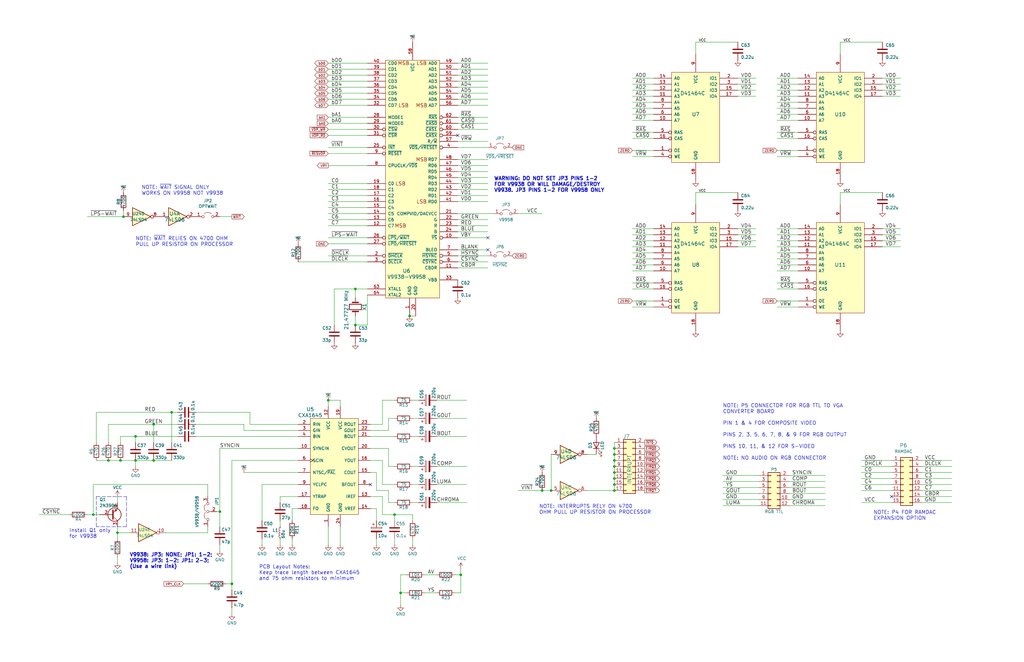
<source format=kicad_sch>
(kicad_sch (version 20211123) (generator eeschema)
  (paper "B")
  (junction (at 259.08 199.39))
  (junction (at 92.71 215.9))
  (junction (at 97.79 246.38))
  (junction (at 49.53 224.79))
  (junction (at 64.77 179.07))
  (junction (at 39.37 217.17))
  (junction (at 232.41 207.01))
  (junction (at 64.77 194.31))
  (junction (at 259.08 189.23))
  (junction (at 166.37 217.17))
  (junction (at 57.15 184.15))
  (junction (at 228.6 207.01))
  (junction (at 259.08 194.31))
  (junction (at 259.08 191.77))
  (junction (at 259.08 196.85))
  (junction (at 259.08 204.47))
  (junction (at 149.86 121.92))
  (junction (at 138.43 168.91))
  (junction (at 45.72 194.31))
  (junction (at 259.08 201.93))
  (junction (at 149.86 137.16))
  (junction (at 172.72 133.35))
  (junction (at 52.07 91.44))
  (junction (at 50.8 194.31))
  (junction (at 72.39 173.99))
  (junction (at 194.31 242.57))
  (junction (at 259.08 207.01))
  (junction (at 168.91 250.19))
  (junction (at 57.15 194.31))
  (no_connect (at 205.74 105.41))
  (no_connect (at 375.92 209.55))
  (no_connect (at 193.04 57.15))
  (no_connect (at 156.21 204.47))
  (no_connect (at 205.74 100.33))
  (wire (pts (xy 259.08 194.31) (xy 259.08 191.77)))
  (wire (pts (xy 72.39 173.99) (xy 74.93 173.99)))
  (wire (pts (xy 64.77 194.31) (xy 72.39 194.31)))
  (wire (pts (xy 138.43 85.09) (xy 154.94 85.09)))
  (wire (pts (xy 143.51 222.25) (xy 143.51 229.87)))
  (wire (pts (xy 372.11 17.78) (xy 354.33 17.78)))
  (wire (pts (xy 156.21 181.61) (xy 163.83 181.61)))
  (wire (pts (xy 110.49 204.47) (xy 110.49 219.71)))
  (wire (pts (xy 40.64 194.31) (xy 45.72 194.31)))
  (wire (pts (xy 97.79 256.54) (xy 97.79 259.08)))
  (wire (pts (xy 266.7 111.76) (xy 275.59 111.76)))
  (wire (pts (xy 138.43 39.37) (xy 154.94 39.37)))
  (wire (pts (xy 327.66 40.64) (xy 336.55 40.64)))
  (wire (pts (xy 118.11 219.71) (xy 118.11 222.25)))
  (wire (pts (xy 123.19 227.33) (xy 123.19 229.87)))
  (wire (pts (xy 266.7 104.14) (xy 275.59 104.14)))
  (wire (pts (xy 149.86 121.92) (xy 149.86 125.73)))
  (wire (pts (xy 154.94 62.23) (xy 138.43 62.23)))
  (polyline (pts (xy 40.64 222.25) (xy 40.64 209.55)))
  (wire (pts (xy 173.99 217.17) (xy 173.99 219.71)))
  (wire (pts (xy 16.51 217.17) (xy 29.21 217.17)))
  (wire (pts (xy 259.08 196.85) (xy 259.08 194.31)))
  (wire (pts (xy 193.04 72.39) (xy 205.74 72.39)))
  (wire (pts (xy 266.7 99.06) (xy 275.59 99.06)))
  (wire (pts (xy 49.53 222.25) (xy 49.53 224.79)))
  (wire (pts (xy 40.64 173.99) (xy 72.39 173.99)))
  (wire (pts (xy 166.37 217.17) (xy 166.37 219.71)))
  (wire (pts (xy 266.7 109.22) (xy 275.59 109.22)))
  (wire (pts (xy 52.07 91.44) (xy 36.83 91.44)))
  (wire (pts (xy 97.79 194.31) (xy 97.79 246.38)))
  (wire (pts (xy 173.99 184.15) (xy 176.53 184.15)))
  (wire (pts (xy 92.71 229.87) (xy 92.71 232.41)))
  (wire (pts (xy 91.44 215.9) (xy 92.71 215.9)))
  (wire (pts (xy 372.11 33.02) (xy 379.73 33.02)))
  (wire (pts (xy 354.33 17.78) (xy 354.33 22.86)))
  (wire (pts (xy 311.15 101.6) (xy 318.77 101.6)))
  (wire (pts (xy 138.43 80.01) (xy 154.94 80.01)))
  (wire (pts (xy 266.7 66.04) (xy 275.59 66.04)))
  (wire (pts (xy 179.07 242.57) (xy 184.15 242.57)))
  (wire (pts (xy 161.29 179.07) (xy 156.21 179.07)))
  (wire (pts (xy 266.7 38.1) (xy 275.59 38.1)))
  (wire (pts (xy 92.71 189.23) (xy 125.73 189.23)))
  (wire (pts (xy 92.71 91.44) (xy 97.79 91.44)))
  (wire (pts (xy 193.04 67.31) (xy 205.74 67.31)))
  (wire (pts (xy 168.91 242.57) (xy 168.91 250.19)))
  (wire (pts (xy 168.91 250.19) (xy 168.91 255.27)))
  (wire (pts (xy 154.94 49.53) (xy 138.43 49.53)))
  (wire (pts (xy 125.73 214.63) (xy 123.19 214.63)))
  (wire (pts (xy 372.11 35.56) (xy 379.73 35.56)))
  (wire (pts (xy 266.7 50.8) (xy 275.59 50.8)))
  (wire (pts (xy 293.37 17.78) (xy 293.37 22.86)))
  (wire (pts (xy 205.74 107.95) (xy 193.04 107.95)))
  (wire (pts (xy 105.41 173.99) (xy 82.55 173.99)))
  (wire (pts (xy 52.07 91.44) (xy 52.07 88.9)))
  (wire (pts (xy 173.99 212.09) (xy 176.53 212.09)))
  (wire (pts (xy 193.04 44.45) (xy 205.74 44.45)))
  (wire (pts (xy 118.11 209.55) (xy 118.11 212.09)))
  (wire (pts (xy 138.43 102.87) (xy 154.94 102.87)))
  (wire (pts (xy 156.21 189.23) (xy 163.83 189.23)))
  (wire (pts (xy 39.37 217.17) (xy 39.37 204.47)))
  (wire (pts (xy 259.08 199.39) (xy 259.08 196.85)))
  (wire (pts (xy 49.53 234.95) (xy 49.53 237.49)))
  (wire (pts (xy 193.04 29.21) (xy 205.74 29.21)))
  (wire (pts (xy 64.77 179.07) (xy 74.93 179.07)))
  (wire (pts (xy 161.29 194.31) (xy 161.29 204.47)))
  (wire (pts (xy 72.39 173.99) (xy 72.39 186.69)))
  (wire (pts (xy 149.86 121.92) (xy 154.94 121.92)))
  (wire (pts (xy 363.22 196.85) (xy 375.92 196.85)))
  (wire (pts (xy 363.22 204.47) (xy 375.92 204.47)))
  (wire (pts (xy 118.11 227.33) (xy 118.11 229.87)))
  (wire (pts (xy 311.15 96.52) (xy 318.77 96.52)))
  (wire (pts (xy 372.11 40.64) (xy 379.73 40.64)))
  (wire (pts (xy 327.66 48.26) (xy 336.55 48.26)))
  (wire (pts (xy 193.04 105.41) (xy 205.74 105.41)))
  (wire (pts (xy 193.04 74.93) (xy 205.74 74.93)))
  (wire (pts (xy 259.08 201.93) (xy 259.08 199.39)))
  (wire (pts (xy 191.77 242.57) (xy 194.31 242.57)))
  (wire (pts (xy 158.75 227.33) (xy 158.75 229.87)))
  (wire (pts (xy 266.7 35.56) (xy 275.59 35.56)))
  (polyline (pts (xy 53.34 222.25) (xy 40.64 222.25)))
  (wire (pts (xy 163.83 181.61) (xy 163.83 176.53)))
  (wire (pts (xy 193.04 41.91) (xy 205.74 41.91)))
  (wire (pts (xy 156.21 194.31) (xy 161.29 194.31)))
  (wire (pts (xy 327.66 99.06) (xy 336.55 99.06)))
  (wire (pts (xy 193.04 62.23) (xy 205.74 62.23)))
  (wire (pts (xy 193.04 85.09) (xy 205.74 85.09)))
  (wire (pts (xy 105.41 179.07) (xy 105.41 173.99)))
  (wire (pts (xy 173.99 176.53) (xy 176.53 176.53)))
  (wire (pts (xy 138.43 34.29) (xy 154.94 34.29)))
  (wire (pts (xy 193.04 69.85) (xy 205.74 69.85)))
  (wire (pts (xy 193.04 90.17) (xy 208.28 90.17)))
  (wire (pts (xy 193.04 82.55) (xy 205.74 82.55)))
  (wire (pts (xy 163.83 176.53) (xy 166.37 176.53)))
  (wire (pts (xy 97.79 194.31) (xy 125.73 194.31)))
  (wire (pts (xy 143.51 168.91) (xy 138.43 168.91)))
  (wire (pts (xy 388.62 194.31) (xy 401.32 194.31)))
  (wire (pts (xy 179.07 250.19) (xy 184.15 250.19)))
  (wire (pts (xy 304.8 210.82) (xy 320.04 210.82)))
  (wire (pts (xy 156.21 199.39) (xy 158.75 199.39)))
  (wire (pts (xy 388.62 207.01) (xy 401.32 207.01)))
  (wire (pts (xy 363.22 199.39) (xy 375.92 199.39)))
  (wire (pts (xy 266.7 43.18) (xy 275.59 43.18)))
  (wire (pts (xy 266.7 96.52) (xy 275.59 96.52)))
  (wire (pts (xy 154.94 69.85) (xy 138.43 69.85)))
  (wire (pts (xy 184.15 212.09) (xy 196.85 212.09)))
  (wire (pts (xy 163.83 207.01) (xy 163.83 212.09)))
  (wire (pts (xy 156.21 184.15) (xy 166.37 184.15)))
  (wire (pts (xy 102.87 199.39) (xy 125.73 199.39)))
  (wire (pts (xy 173.99 168.91) (xy 176.53 168.91)))
  (wire (pts (xy 49.53 209.55) (xy 49.53 212.09)))
  (wire (pts (xy 205.74 54.61) (xy 193.04 54.61)))
  (wire (pts (xy 193.04 31.75) (xy 205.74 31.75)))
  (wire (pts (xy 125.73 110.49) (xy 154.94 110.49)))
  (wire (pts (xy 327.66 129.54) (xy 336.55 129.54)))
  (wire (pts (xy 140.97 121.92) (xy 149.86 121.92)))
  (wire (pts (xy 336.55 121.92) (xy 327.66 121.92)))
  (wire (pts (xy 57.15 184.15) (xy 74.93 184.15)))
  (wire (pts (xy 332.74 205.74) (xy 347.98 205.74)))
  (wire (pts (xy 304.8 213.36) (xy 320.04 213.36)))
  (wire (pts (xy 372.11 96.52) (xy 379.73 96.52)))
  (wire (pts (xy 156.21 209.55) (xy 161.29 209.55)))
  (wire (pts (xy 193.04 97.79) (xy 205.74 97.79)))
  (wire (pts (xy 163.83 196.85) (xy 166.37 196.85)))
  (wire (pts (xy 363.22 201.93) (xy 375.92 201.93)))
  (wire (pts (xy 205.74 52.07) (xy 193.04 52.07)))
  (wire (pts (xy 57.15 194.31) (xy 64.77 194.31)))
  (wire (pts (xy 372.11 104.14) (xy 379.73 104.14)))
  (wire (pts (xy 304.8 200.66) (xy 320.04 200.66)))
  (wire (pts (xy 92.71 189.23) (xy 92.71 215.9)))
  (wire (pts (xy 266.7 45.72) (xy 275.59 45.72)))
  (wire (pts (xy 149.86 133.35) (xy 149.86 137.16)))
  (wire (pts (xy 372.11 99.06) (xy 379.73 99.06)))
  (wire (pts (xy 266.7 63.5) (xy 275.59 63.5)))
  (wire (pts (xy 57.15 184.15) (xy 57.15 186.69)))
  (wire (pts (xy 138.43 107.95) (xy 154.94 107.95)))
  (wire (pts (xy 327.66 114.3) (xy 336.55 114.3)))
  (wire (pts (xy 193.04 80.01) (xy 205.74 80.01)))
  (wire (pts (xy 138.43 87.63) (xy 154.94 87.63)))
  (wire (pts (xy 50.8 194.31) (xy 57.15 194.31)))
  (wire (pts (xy 372.11 81.28) (xy 354.33 81.28)))
  (wire (pts (xy 247.65 207.01) (xy 259.08 207.01)))
  (wire (pts (xy 372.11 38.1) (xy 379.73 38.1)))
  (wire (pts (xy 327.66 50.8) (xy 336.55 50.8)))
  (wire (pts (xy 388.62 201.93) (xy 401.32 201.93)))
  (wire (pts (xy 166.37 227.33) (xy 166.37 229.87)))
  (wire (pts (xy 158.75 199.39) (xy 158.75 207.01)))
  (wire (pts (xy 336.55 55.88) (xy 327.66 55.88)))
  (wire (pts (xy 158.75 214.63) (xy 158.75 219.71)))
  (wire (pts (xy 232.41 191.77) (xy 232.41 207.01)))
  (wire (pts (xy 327.66 63.5) (xy 336.55 63.5)))
  (wire (pts (xy 82.55 184.15) (xy 125.73 184.15)))
  (wire (pts (xy 138.43 77.47) (xy 154.94 77.47)))
  (wire (pts (xy 311.15 33.02) (xy 318.77 33.02)))
  (wire (pts (xy 363.22 207.01) (xy 375.92 207.01)))
  (wire (pts (xy 354.33 81.28) (xy 354.33 86.36)))
  (wire (pts (xy 311.15 17.78) (xy 293.37 17.78)))
  (wire (pts (xy 64.77 179.07) (xy 64.77 186.69)))
  (wire (pts (xy 193.04 39.37) (xy 205.74 39.37)))
  (wire (pts (xy 92.71 215.9) (xy 92.71 222.25)))
  (wire (pts (xy 57.15 194.31) (xy 57.15 196.85)))
  (wire (pts (xy 266.7 101.6) (xy 275.59 101.6)))
  (wire (pts (xy 45.72 194.31) (xy 50.8 194.31)))
  (wire (pts (xy 266.7 33.02) (xy 275.59 33.02)))
  (wire (pts (xy 193.04 113.03) (xy 205.74 113.03)))
  (wire (pts (xy 39.37 217.17) (xy 41.91 217.17)))
  (wire (pts (xy 193.04 100.33) (xy 205.74 100.33)))
  (wire (pts (xy 45.72 186.69) (xy 45.72 179.07)))
  (polyline (pts (xy 40.64 209.55) (xy 53.34 209.55)))
  (wire (pts (xy 196.85 184.15) (xy 184.15 184.15)))
  (wire (pts (xy 87.63 224.79) (xy 87.63 222.25)))
  (wire (pts (xy 50.8 186.69) (xy 50.8 184.15)))
  (wire (pts (xy 388.62 196.85) (xy 401.32 196.85)))
  (wire (pts (xy 275.59 121.92) (xy 266.7 121.92)))
  (wire (pts (xy 39.37 204.47) (xy 87.63 204.47)))
  (wire (pts (xy 205.74 110.49) (xy 193.04 110.49)))
  (wire (pts (xy 388.62 209.55) (xy 401.32 209.55)))
  (wire (pts (xy 372.11 101.6) (xy 379.73 101.6)))
  (wire (pts (xy 311.15 38.1) (xy 318.77 38.1)))
  (wire (pts (xy 228.6 207.01) (xy 232.41 207.01)))
  (wire (pts (xy 311.15 104.14) (xy 318.77 104.14)))
  (wire (pts (xy 49.53 224.79) (xy 49.53 227.33)))
  (wire (pts (xy 166.37 217.17) (xy 173.99 217.17)))
  (wire (pts (xy 161.29 217.17) (xy 166.37 217.17)))
  (wire (pts (xy 304.8 208.28) (xy 320.04 208.28)))
  (wire (pts (xy 102.87 181.61) (xy 102.87 179.07)))
  (wire (pts (xy 97.79 246.38) (xy 97.79 248.92)))
  (wire (pts (xy 138.43 64.77) (xy 154.94 64.77)))
  (wire (pts (xy 138.43 29.21) (xy 154.94 29.21)))
  (wire (pts (xy 327.66 104.14) (xy 336.55 104.14)))
  (wire (pts (xy 156.21 214.63) (xy 158.75 214.63)))
  (wire (pts (xy 304.8 203.2) (xy 320.04 203.2)))
  (wire (pts (xy 332.74 203.2) (xy 347.98 203.2)))
  (wire (pts (xy 166.37 168.91) (xy 161.29 168.91)))
  (wire (pts (xy 266.7 129.54) (xy 275.59 129.54)))
  (wire (pts (xy 327.66 45.72) (xy 336.55 45.72)))
  (wire (pts (xy 161.29 168.91) (xy 161.29 179.07)))
  (wire (pts (xy 138.43 90.17) (xy 154.94 90.17)))
  (wire (pts (xy 149.86 137.16) (xy 154.94 137.16)))
  (wire (pts (xy 138.43 222.25) (xy 138.43 229.87)))
  (wire (pts (xy 193.04 34.29) (xy 205.74 34.29)))
  (wire (pts (xy 143.51 171.45) (xy 143.51 168.91)))
  (wire (pts (xy 336.55 58.42) (xy 327.66 58.42)))
  (wire (pts (xy 196.85 196.85) (xy 184.15 196.85)))
  (wire (pts (xy 49.53 224.79) (xy 54.61 224.79)))
  (wire (pts (xy 125.73 209.55) (xy 118.11 209.55)))
  (wire (pts (xy 138.43 82.55) (xy 154.94 82.55)))
  (wire (pts (xy 158.75 207.01) (xy 163.83 207.01)))
  (wire (pts (xy 336.55 119.38) (xy 327.66 119.38)))
  (wire (pts (xy 138.43 36.83) (xy 154.94 36.83)))
  (wire (pts (xy 327.66 111.76) (xy 336.55 111.76)))
  (wire (pts (xy 140.97 121.92) (xy 140.97 137.16)))
  (wire (pts (xy 293.37 81.28) (xy 293.37 86.36)))
  (wire (pts (xy 327.66 109.22) (xy 336.55 109.22)))
  (wire (pts (xy 259.08 189.23) (xy 259.08 186.69)))
  (wire (pts (xy 138.43 168.91) (xy 138.43 171.45)))
  (wire (pts (xy 161.29 204.47) (xy 166.37 204.47)))
  (wire (pts (xy 259.08 191.77) (xy 259.08 189.23)))
  (wire (pts (xy 327.66 127) (xy 336.55 127)))
  (wire (pts (xy 125.73 204.47) (xy 110.49 204.47)))
  (wire (pts (xy 193.04 36.83) (xy 205.74 36.83)))
  (wire (pts (xy 193.04 92.71) (xy 205.74 92.71)))
  (wire (pts (xy 194.31 242.57) (xy 194.31 250.19)))
  (wire (pts (xy 327.66 43.18) (xy 336.55 43.18)))
  (wire (pts (xy 87.63 204.47) (xy 87.63 209.55)))
  (wire (pts (xy 275.59 55.88) (xy 266.7 55.88)))
  (wire (pts (xy 163.83 189.23) (xy 163.83 196.85)))
  (wire (pts (xy 191.77 250.19) (xy 194.31 250.19)))
  (wire (pts (xy 50.8 184.15) (xy 57.15 184.15)))
  (wire (pts (xy 193.04 26.67) (xy 205.74 26.67)))
  (wire (pts (xy 161.29 209.55) (xy 161.29 217.17)))
  (wire (pts (xy 110.49 227.33) (xy 110.49 229.87)))
  (wire (pts (xy 138.43 26.67) (xy 154.94 26.67)))
  (wire (pts (xy 163.83 212.09) (xy 166.37 212.09)))
  (wire (pts (xy 172.72 133.35) (xy 175.26 133.35)))
  (wire (pts (xy 327.66 38.1) (xy 336.55 38.1)))
  (wire (pts (xy 138.43 95.25) (xy 154.94 95.25)))
  (wire (pts (xy 138.43 52.07) (xy 154.94 52.07)))
  (polyline (pts (xy 53.34 209.55) (xy 53.34 222.25)))
  (wire (pts (xy 171.45 242.57) (xy 168.91 242.57)))
  (wire (pts (xy 173.99 204.47) (xy 176.53 204.47)))
  (wire (pts (xy 327.66 96.52) (xy 336.55 96.52)))
  (wire (pts (xy 275.59 58.42) (xy 266.7 58.42)))
  (wire (pts (xy 194.31 240.03) (xy 194.31 242.57)))
  (wire (pts (xy 311.15 40.64) (xy 318.77 40.64)))
  (wire (pts (xy 40.64 186.69) (xy 40.64 173.99)))
  (wire (pts (xy 266.7 127) (xy 275.59 127)))
  (wire (pts (xy 69.85 224.79) (xy 87.63 224.79)))
  (wire (pts (xy 332.74 200.66) (xy 347.98 200.66)))
  (wire (pts (xy 218.44 90.17) (xy 228.6 90.17)))
  (wire (pts (xy 171.45 250.19) (xy 168.91 250.19)))
  (wire (pts (xy 193.04 59.69) (xy 205.74 59.69)))
  (wire (pts (xy 125.73 181.61) (xy 102.87 181.61)))
  (wire (pts (xy 388.62 199.39) (xy 401.32 199.39)))
  (wire (pts (xy 327.66 35.56) (xy 336.55 35.56)))
  (wire (pts (xy 36.83 217.17) (xy 39.37 217.17)))
  (wire (pts (xy 184.15 204.47) (xy 196.85 204.47)))
  (wire (pts (xy 332.74 208.28) (xy 347.98 208.28)))
  (wire (pts (xy 311.15 81.28) (xy 293.37 81.28)))
  (wire (pts (xy 247.65 191.77) (xy 251.46 191.77)))
  (wire (pts (xy 259.08 207.01) (xy 259.08 204.47)))
  (wire (pts (xy 228.6 207.01) (xy 218.44 207.01)))
  (wire (pts (xy 327.66 33.02) (xy 336.55 33.02)))
  (wire (pts (xy 154.94 124.46) (xy 154.94 137.16)))
  (wire (pts (xy 266.7 106.68) (xy 275.59 106.68)))
  (wire (pts (xy 138.43 44.45) (xy 154.94 44.45)))
  (wire (pts (xy 332.74 213.36) (xy 347.98 213.36)))
  (wire (pts (xy 327.66 66.04) (xy 336.55 66.04)))
  (wire (pts (xy 138.43 92.71) (xy 154.94 92.71)))
  (wire (pts (xy 173.99 227.33) (xy 173.99 229.87)))
  (wire (pts (xy 311.15 35.56) (xy 318.77 35.56)))
  (wire (pts (xy 138.43 100.33) (xy 154.94 100.33)))
  (wire (pts (xy 138.43 54.61) (xy 154.94 54.61)))
  (wire (pts (xy 327.66 106.68) (xy 336.55 106.68)))
  (wire (pts (xy 77.47 246.38) (xy 87.63 246.38)))
  (wire (pts (xy 266.7 114.3) (xy 275.59 114.3)))
  (wire (pts (xy 193.04 77.47) (xy 205.74 77.47)))
  (wire (pts (xy 184.15 168.91) (xy 196.85 168.91)))
  (wire (pts (xy 173.99 196.85) (xy 176.53 196.85)))
  (wire (pts (xy 138.43 31.75) (xy 154.94 31.75)))
  (wire (pts (xy 45.72 179.07) (xy 64.77 179.07)))
  (wire (pts (xy 97.79 246.38) (xy 95.25 246.38)))
  (wire (pts (xy 304.8 205.74) (xy 320.04 205.74)))
  (wire (pts (xy 138.43 41.91) (xy 154.94 41.91)))
  (wire (pts (xy 138.43 57.15) (xy 154.94 57.15)))
  (wire (pts (xy 266.7 40.64) (xy 275.59 40.64)))
  (wire (pts (xy 102.87 179.07) (xy 82.55 179.07)))
  (wire (pts (xy 388.62 212.09) (xy 401.32 212.09)))
  (wire (pts (xy 193.04 95.25) (xy 205.74 95.25)))
  (wire (pts (xy 388.62 204.47) (xy 401.32 204.47)))
  (wire (pts (xy 363.22 212.09) (xy 375.92 212.09)))
  (wire (pts (xy 266.7 48.26) (xy 275.59 48.26)))
  (wire (pts (xy 363.22 194.31) (xy 375.92 194.31)))
  (wire (pts (xy 123.19 214.63) (xy 123.19 219.71)))
  (wire (pts (xy 275.59 119.38) (xy 266.7 119.38)))
  (wire (pts (xy 205.74 49.53) (xy 193.04 49.53)))
  (wire (pts (xy 259.08 204.47) (xy 259.08 201.93)))
  (wire (pts (xy 327.66 101.6) (xy 336.55 101.6)))
  (wire (pts (xy 184.15 176.53) (xy 196.85 176.53)))
  (wire (pts (xy 125.73 179.07) (xy 105.41 179.07)))
  (wire (pts (xy 332.74 210.82) (xy 347.98 210.82)))
  (wire (pts (xy 311.15 99.06) (xy 318.77 99.06)))
  (text "PCB Layout Notes:\nKeep trace length between CXA1645\nand 75 ohm resistors to minimum" (at 109.22 245.11 0) (effects (font (size 1.524 1.524)) (justify left bottom)))
  (text "NOTE: INTERRUPTS RELY ON 4700 \nOHM PULL UP RESISTOR ON PROCESSOR" (at 227.33 217.17 0) (effects (font (size 1.524 1.524)) (justify left bottom)))
  (text "V9938: JP3: NONE; JP1: 1-2;\nV9958: JP3: 1-2; JP1: 2-3;\n(Use a wire link)" (at 54.61 240.03 0) (effects (font (size 1.524 1.524) (thickness 0.3048) bold) (justify left bottom)))
  (text "WARNING: DO NOT SET JP3 PINS 1-2\nFOR V9938 OR WILL DAMAGE/DESTROY\nV9938. JP3 PINS 1-2 FOR V9958 ONLY" (at 208.28 81.28 0) (effects (font (size 1.524 1.524) (thickness 0.3048) bold) (justify left bottom)))
  (text "NOTE: ~{WAIT} SIGNAL ONLY \nWORKS ON V9958 NOT V9938" (at 59.69 82.55 0) (effects (font (size 1.524 1.524)) (justify left bottom)))
  (text "NOTE: ~{WAIT} RELIES ON 4700 OHM \nPULL UP RESISTOR ON PROCESSOR" (at 57.15 104.14 0) (effects (font (size 1.524 1.524)) (justify left bottom)))
  (text "Install Q1 only\nfor V9938" (at 29.21 227.33 0) (effects (font (size 1.524 1.524)) (justify left bottom)))
  (text "NOTE: P4 FOR RAMDAC \nEXPANSION OPTION" (at 368.3 219.71 0) (effects (font (size 1.524 1.524)) (justify left bottom)))
  (text "NOTE: P5 CONNECTOR FOR RGB TTL TO VGA \nCONVERTER BOARD\n\nPIN 1 & 4 FOR COMPOSITE VIDEO\n\nPINS 2, 3, 5, 6, 7, 8, & 9 FOR RGB OUTPUT\n\nPINS 10, 11, & 12 FOR S-VIDEO\n\nNOTE: NO AUDIO ON RGB CONNECTOR" (at 304.8 194.31 0) (effects (font (size 1.524 1.524)) (justify left bottom)))
  (label "VCC" (at 389.89 194.31 0) (effects (font (size 1.524 1.524))))
  (label "VD5" (at 373.38 99.06 0) (effects (font (size 1.524 1.524))))
  (label "AD0" (at 267.97 33.02 0) (effects (font (size 1.524 1.524))))
  (label "VCC" (at 294.64 81.28 0) (effects (font (size 1.016 1.016))))
  (label "VD0" (at 194.31 85.09 0) (effects (font (size 1.524 1.524))))
  (label "VCC" (at 355.6 17.78 0) (effects (font (size 1.016 1.016))))
  (label "BOUT" (at 184.15 184.15 0) (effects (font (size 1.524 1.524))))
  (label "AD0" (at 194.31 26.67 0) (effects (font (size 1.524 1.524))))
  (label "VD7" (at 312.42 104.14 0) (effects (font (size 1.524 1.524))))
  (label "C2" (at 139.7 82.55 0) (effects (font (size 1.524 1.524))))
  (label "AV" (at 306.07 203.2 0) (effects (font (size 1.524 1.524))))
  (label "VD1" (at 373.38 35.56 0) (effects (font (size 1.524 1.524))))
  (label "~{VRW}" (at 267.97 129.54 0) (effects (font (size 1.524 1.524))))
  (label "GND" (at 306.07 210.82 0) (effects (font (size 1.524 1.524))))
  (label "VBY" (at 194.31 100.33 0) (effects (font (size 1.524 1.524))))
  (label "~{CAS0}" (at 267.97 58.42 0) (effects (font (size 1.524 1.524))))
  (label "~{CAS0}" (at 267.97 121.92 0) (effects (font (size 1.524 1.524))))
  (label "VCC" (at 355.6 81.28 0) (effects (font (size 1.016 1.016))))
  (label "AD2" (at 328.93 101.6 0) (effects (font (size 1.524 1.524))))
  (label "VD2" (at 194.31 80.01 0) (effects (font (size 1.524 1.524))))
  (label "VD6" (at 312.42 101.6 0) (effects (font (size 1.524 1.524))))
  (label "~{VINT}" (at 219.71 207.01 0) (effects (font (size 1.524 1.524))))
  (label "~{VRW}" (at 328.93 66.04 0) (effects (font (size 1.524 1.524))))
  (label "AD1" (at 328.93 35.56 0) (effects (font (size 1.524 1.524))))
  (label "AD0" (at 328.93 96.52 0) (effects (font (size 1.524 1.524))))
  (label "AD1" (at 267.97 99.06 0) (effects (font (size 1.524 1.524))))
  (label "AD5" (at 328.93 45.72 0) (effects (font (size 1.524 1.524))))
  (label "~{CAS1}" (at 328.93 121.92 0) (effects (font (size 1.524 1.524))))
  (label "GND" (at 334.01 210.82 0) (effects (font (size 1.524 1.524))))
  (label "AD4" (at 328.93 106.68 0) (effects (font (size 1.524 1.524))))
  (label "AD4" (at 328.93 43.18 0) (effects (font (size 1.524 1.524))))
  (label "~{DLCLK}" (at 389.89 196.85 0) (effects (font (size 1.524 1.524))))
  (label "AD7" (at 267.97 50.8 0) (effects (font (size 1.524 1.524))))
  (label "AD6" (at 328.93 48.26 0) (effects (font (size 1.524 1.524))))
  (label "VD7" (at 194.31 67.31 0) (effects (font (size 1.524 1.524))))
  (label "BOUT" (at 334.01 208.28 0) (effects (font (size 1.524 1.524))))
  (label "VD4" (at 194.31 74.93 0) (effects (font (size 1.524 1.524))))
  (label "~{HSYNC}" (at 194.31 107.95 0) (effects (font (size 1.524 1.524))))
  (label "AD4" (at 194.31 36.83 0) (effects (font (size 1.524 1.524))))
  (label "GOUT" (at 306.07 208.28 0) (effects (font (size 1.524 1.524))))
  (label "VD3" (at 194.31 77.47 0) (effects (font (size 1.524 1.524))))
  (label "AD5" (at 194.31 39.37 0) (effects (font (size 1.524 1.524))))
  (label "RED" (at 194.31 95.25 0) (effects (font (size 1.524 1.524))))
  (label "VD2" (at 312.42 38.1 0) (effects (font (size 1.524 1.524))))
  (label "RED" (at 60.96 173.99 0) (effects (font (size 1.524 1.524))))
  (label "bD0" (at 139.7 26.67 0) (effects (font (size 1.524 1.524))))
  (label "VD0" (at 312.42 33.02 0) (effects (font (size 1.524 1.524))))
  (label "~{VRW}" (at 194.31 59.69 0) (effects (font (size 1.524 1.524))))
  (label "VD7" (at 373.38 104.14 0) (effects (font (size 1.524 1.524))))
  (label "COMP" (at 184.15 196.85 0) (effects (font (size 1.524 1.524))))
  (label "VD6" (at 373.38 101.6 0) (effects (font (size 1.524 1.524))))
  (label "GREEN" (at 60.96 179.07 0) (effects (font (size 1.524 1.524))))
  (label "AD2" (at 328.93 38.1 0) (effects (font (size 1.524 1.524))))
  (label "VCC" (at 294.64 17.78 0) (effects (font (size 1.016 1.016))))
  (label "AD1" (at 267.97 35.56 0) (effects (font (size 1.524 1.524))))
  (label "AD5" (at 328.93 109.22 0) (effects (font (size 1.524 1.524))))
  (label "CBDR" (at 389.89 209.55 0) (effects (font (size 1.524 1.524))))
  (label "CHROMA" (at 184.15 212.09 0) (effects (font (size 1.524 1.524))))
  (label "GND" (at 364.49 194.31 0) (effects (font (size 1.524 1.524))))
  (label "C5" (at 389.89 204.47 0) (effects (font (size 1.524 1.524))))
  (label "VCC" (at 364.49 212.09 0) (effects (font (size 1.524 1.524))))
  (label "~{VINT}" (at 139.7 62.23 0) (effects (font (size 1.524 1.524))))
  (label "BLANK" (at 194.31 105.41 0) (effects (font (size 1.524 1.524))))
  (label "~{LPS-WAIT}" (at 38.1 91.44 0) (effects (font (size 1.524 1.524))))
  (label "~{VRW}" (at 328.93 129.54 0) (effects (font (size 1.524 1.524))))
  (label "~{CAS0}" (at 194.31 52.07 0) (effects (font (size 1.524 1.524))))
  (label "AD6" (at 328.93 111.76 0) (effects (font (size 1.524 1.524))))
  (label "VCC" (at 222.25 90.17 0) (effects (font (size 1.524 1.524))))
  (label "AD6" (at 267.97 111.76 0) (effects (font (size 1.524 1.524))))
  (label "AD2" (at 194.31 31.75 0) (effects (font (size 1.524 1.524))))
  (label "AD7" (at 267.97 114.3 0) (effects (font (size 1.524 1.524))))
  (label "bA1" (at 139.7 49.53 0) (effects (font (size 1.524 1.524))))
  (label "bD6" (at 139.7 41.91 0) (effects (font (size 1.524 1.524))))
  (label "C5" (at 139.7 90.17 0) (effects (font (size 1.524 1.524))))
  (label "BLUE" (at 194.31 97.79 0) (effects (font (size 1.524 1.524))))
  (label "~{CSYNC}" (at 194.31 110.49 0) (effects (font (size 1.524 1.524))))
  (label "VD1" (at 194.31 82.55 0) (effects (font (size 1.524 1.524))))
  (label "GND" (at 389.89 212.09 0) (effects (font (size 1.524 1.524))))
  (label "CBDR" (at 194.31 113.03 0) (effects (font (size 1.524 1.524))))
  (label "~{RAS}" (at 328.93 119.38 0) (effects (font (size 1.524 1.524))))
  (label "AD0" (at 267.97 96.52 0) (effects (font (size 1.524 1.524))))
  (label "CHROMA" (at 334.01 213.36 0) (effects (font (size 1.524 1.524))))
  (label "bD1" (at 139.7 29.21 0) (effects (font (size 1.524 1.524))))
  (label "COMP" (at 334.01 203.2 0) (effects (font (size 1.524 1.524))))
  (label "~{CAS1}" (at 328.93 58.42 0) (effects (font (size 1.524 1.524))))
  (label "AD3" (at 328.93 40.64 0) (effects (font (size 1.524 1.524))))
  (label "AD0" (at 328.93 33.02 0) (effects (font (size 1.524 1.524))))
  (label "bD2" (at 139.7 31.75 0) (effects (font (size 1.524 1.524))))
  (label "~{RAS}" (at 267.97 55.88 0) (effects (font (size 1.524 1.524))))
  (label "AD2" (at 267.97 38.1 0) (effects (font (size 1.524 1.524))))
  (label "VD4" (at 312.42 96.52 0) (effects (font (size 1.524 1.524))))
  (label "LUMA" (at 306.07 213.36 0) (effects (font (size 1.524 1.524))))
  (label "AD3" (at 328.93 104.14 0) (effects (font (size 1.524 1.524))))
  (label "BLUE" (at 60.96 184.15 0) (effects (font (size 1.524 1.524))))
  (label "C2" (at 364.49 201.93 0) (effects (font (size 1.524 1.524))))
  (label "bD4" (at 139.7 36.83 0) (effects (font (size 1.524 1.524))))
  (label "SYNCIN" (at 92.71 189.23 0) (effects (font (size 1.524 1.524))))
  (label "GREEN" (at 194.31 92.71 0) (effects (font (size 1.524 1.524))))
  (label "GOUT" (at 184.15 176.53 0) (effects (font (size 1.524 1.524))))
  (label "~{VRW}" (at 267.97 66.04 0) (effects (font (size 1.524 1.524))))
  (label "bD5" (at 139.7 39.37 0) (effects (font (size 1.524 1.524))))
  (label "~{CAS1}" (at 194.31 54.61 0) (effects (font (size 1.524 1.524))))
  (label "VD6" (at 194.31 69.85 0) (effects (font (size 1.524 1.524))))
  (label "C6" (at 139.7 92.71 0) (effects (font (size 1.524 1.524))))
  (label "AD7" (at 194.31 44.45 0) (effects (font (size 1.524 1.524))))
  (label "C4" (at 364.49 204.47 0) (effects (font (size 1.524 1.524))))
  (label "VD1" (at 312.42 35.56 0) (effects (font (size 1.524 1.524))))
  (label "AD1" (at 328.93 99.06 0) (effects (font (size 1.524 1.524))))
  (label "VD2" (at 373.38 38.1 0) (effects (font (size 1.524 1.524))))
  (label "AD4" (at 267.97 43.18 0) (effects (font (size 1.524 1.524))))
  (label "C1" (at 139.7 80.01 0) (effects (font (size 1.524 1.524))))
  (label "VD5" (at 312.42 99.06 0) (effects (font (size 1.524 1.524))))
  (label "C3" (at 139.7 85.09 0) (effects (font (size 1.524 1.524))))
  (label "C0" (at 139.7 77.47 0) (effects (font (size 1.524 1.524))))
  (label "C0" (at 364.49 199.39 0) (effects (font (size 1.524 1.524))))
  (label "~{LPS-WAIT}" (at 139.7 100.33 0) (effects (font (size 1.524 1.524))))
  (label "YS" (at 306.07 205.74 0) (effects (font (size 1.524 1.524))))
  (label "~{DLCLK}" (at 139.7 110.49 0) (effects (font (size 1.524 1.524))))
  (label "VD3" (at 312.42 40.64 0) (effects (font (size 1.524 1.524))))
  (label "~{RAS}" (at 267.97 119.38 0) (effects (font (size 1.524 1.524))))
  (label "AD3" (at 267.97 40.64 0) (effects (font (size 1.524 1.524))))
  (label "AD6" (at 194.31 41.91 0) (effects (font (size 1.524 1.524))))
  (label "VD5" (at 194.31 72.39 0) (effects (font (size 1.524 1.524))))
  (label "~{DHCLK}" (at 139.7 107.95 0) (effects (font (size 1.524 1.524))))
  (label "AD4" (at 267.97 106.68 0) (effects (font (size 1.524 1.524))))
  (label "AD2" (at 267.97 101.6 0) (effects (font (size 1.524 1.524))))
  (label "AD3" (at 194.31 34.29 0) (effects (font (size 1.524 1.524))))
  (label "~{RAS}" (at 194.31 49.53 0) (effects (font (size 1.524 1.524))))
  (label "C7" (at 139.7 95.25 0) (effects (font (size 1.524 1.524))))
  (label "bA0" (at 139.7 52.07 0) (effects (font (size 1.524 1.524))))
  (label "AD5" (at 267.97 109.22 0) (effects (font (size 1.524 1.524))))
  (label "~{DHCLK}" (at 364.49 196.85 0) (effects (font (size 1.524 1.524))))
  (label "LUMA" (at 184.15 204.47 0) (effects (font (size 1.524 1.524))))
  (label "ROUT" (at 184.15 168.91 0) (effects (font (size 1.524 1.524))))
  (label "AD7" (at 328.93 114.3 0) (effects (font (size 1.524 1.524))))
  (label "AD3" (at 267.97 104.14 0) (effects (font (size 1.524 1.524))))
  (label "AD1" (at 194.31 29.21 0) (effects (font (size 1.524 1.524))))
  (label "AV" (at 180.34 242.57 0) (effects (font (size 1.524 1.524))))
  (label "AD6" (at 267.97 48.26 0) (effects (font (size 1.524 1.524))))
  (label "YS" (at 180.34 250.19 0) (effects (font (size 1.524 1.524))))
  (label "~{RAS}" (at 328.93 55.88 0) (effects (font (size 1.524 1.524))))
  (label "C1" (at 389.89 199.39 0) (effects (font (size 1.524 1.524))))
  (label "VD3" (at 373.38 40.64 0) (effects (font (size 1.524 1.524))))
  (label "GND" (at 306.07 200.66 0) (effects (font (size 1.524 1.524))))
  (label "C7" (at 389.89 207.01 0) (effects (font (size 1.524 1.524))))
  (label "C6" (at 364.49 207.01 0) (effects (font (size 1.524 1.524))))
  (label "SYNCIN" (at 334.01 200.66 0) (effects (font (size 1.524 1.524))))
  (label "bD7" (at 139.7 44.45 0) (effects (font (size 1.524 1.524))))
  (label "C3" (at 389.89 201.93 0) (effects (font (size 1.524 1.524))))
  (label "VD0" (at 373.38 33.02 0) (effects (font (size 1.524 1.524))))
  (label "C4" (at 139.7 87.63 0) (effects (font (size 1.524 1.524))))
  (label "AD7" (at 328.93 50.8 0) (effects (font (size 1.524 1.524))))
  (label "AD5" (at 267.97 45.72 0) (effects (font (size 1.524 1.524))))
  (label "bD3" (at 139.7 34.29 0) (effects (font (size 1.524 1.524))))
  (label "~{CSYNC}" (at 17.78 217.17 0) (effects (font (size 1.524 1.524))))
  (label "VD4" (at 373.38 96.52 0) (effects (font (size 1.524 1.524))))
  (label "ROUT" (at 334.01 205.74 0) (effects (font (size 1.524 1.524))))
  (global_label "ZERO" (shape input) (at 266.7 63.5 180) (effects (font (size 1.016 1.016))) (property "Intersheet References" "${INTERSHEET_REFS}" (effects hide)))
  (global_label "~{EIRQ4}" (shape output) (at 271.78 199.39 0) (effects (font (size 1.016 1.016))) (property "Intersheet References" "${INTERSHEET_REFS}" (effects hide)))
  (global_label "VRY_CLK" (shape input) (at 77.47 246.38 180) (effects (font (size 1.016 1.016))) (property "Intersheet References" "${INTERSHEET_REFS}" (effects hide)))
  (global_label "~{RESVDP}" (shape input) (at 138.43 64.77 180) (effects (font (size 1.016 1.016))) (property "Intersheet References" "${INTERSHEET_REFS}" (effects hide)))
  (global_label "bA1" (shape input) (at 138.43 49.53 180) (effects (font (size 1.016 1.016))) (property "Intersheet References" "${INTERSHEET_REFS}" (effects hide)))
  (global_label "~{VDP_WR}" (shape input) (at 138.43 54.61 180) (effects (font (size 1.016 1.016))) (property "Intersheet References" "${INTERSHEET_REFS}" (effects hide)))
  (global_label "ZERO" (shape input) (at 327.66 63.5 180) (effects (font (size 1.016 1.016))) (property "Intersheet References" "${INTERSHEET_REFS}" (effects hide)))
  (global_label "bD2" (shape bidirectional) (at 138.43 31.75 180) (effects (font (size 1.016 1.016))) (property "Intersheet References" "${INTERSHEET_REFS}" (effects hide)))
  (global_label "~{EIRQ1}" (shape output) (at 271.78 191.77 0) (effects (font (size 1.016 1.016))) (property "Intersheet References" "${INTERSHEET_REFS}" (effects hide)))
  (global_label "bD5" (shape bidirectional) (at 138.43 39.37 180) (effects (font (size 1.016 1.016))) (property "Intersheet References" "${INTERSHEET_REFS}" (effects hide)))
  (global_label "ONE" (shape input) (at 215.9 62.23 0) (effects (font (size 1.016 1.016))) (property "Intersheet References" "${INTERSHEET_REFS}" (effects hide)))
  (global_label "~{EIRQ0}" (shape output) (at 271.78 189.23 0) (effects (font (size 1.016 1.016))) (property "Intersheet References" "${INTERSHEET_REFS}" (effects hide)))
  (global_label "~{INT0}" (shape output) (at 271.78 186.69 0) (effects (font (size 1.016 1.016))) (property "Intersheet References" "${INTERSHEET_REFS}" (effects hide)))
  (global_label "ONE" (shape input) (at 138.43 102.87 180) (effects (font (size 1.016 1.016))) (property "Intersheet References" "${INTERSHEET_REFS}" (effects hide)))
  (global_label "bD3" (shape bidirectional) (at 138.43 34.29 180) (effects (font (size 1.016 1.016))) (property "Intersheet References" "${INTERSHEET_REFS}" (effects hide)))
  (global_label "VRY" (shape output) (at 138.43 69.85 180) (effects (font (size 1.016 1.016))) (property "Intersheet References" "${INTERSHEET_REFS}" (effects hide)))
  (global_label "ZERO" (shape input) (at 215.9 107.95 0) (effects (font (size 1.016 1.016))) (property "Intersheet References" "${INTERSHEET_REFS}" (effects hide)))
  (global_label "~{EIRQ7}" (shape output) (at 271.78 207.01 0) (effects (font (size 1.016 1.016))) (property "Intersheet References" "${INTERSHEET_REFS}" (effects hide)))
  (global_label "bD7" (shape bidirectional) (at 138.43 44.45 180) (effects (font (size 1.016 1.016))) (property "Intersheet References" "${INTERSHEET_REFS}" (effects hide)))
  (global_label "~{EIRQ5}" (shape output) (at 271.78 201.93 0) (effects (font (size 1.016 1.016))) (property "Intersheet References" "${INTERSHEET_REFS}" (effects hide)))
  (global_label "bD6" (shape bidirectional) (at 138.43 41.91 180) (effects (font (size 1.016 1.016))) (property "Intersheet References" "${INTERSHEET_REFS}" (effects hide)))
  (global_label "bD0" (shape bidirectional) (at 138.43 26.67 180) (effects (font (size 1.016 1.016))) (property "Intersheet References" "${INTERSHEET_REFS}" (effects hide)))
  (global_label "~{VDP_RD}" (shape input) (at 138.43 57.15 180) (effects (font (size 1.016 1.016))) (property "Intersheet References" "${INTERSHEET_REFS}" (effects hide)))
  (global_label "~{EIRQ3}" (shape output) (at 271.78 196.85 0) (effects (font (size 1.016 1.016))) (property "Intersheet References" "${INTERSHEET_REFS}" (effects hide)))
  (global_label "bD4" (shape bidirectional) (at 138.43 36.83 180) (effects (font (size 1.016 1.016))) (property "Intersheet References" "${INTERSHEET_REFS}" (effects hide)))
  (global_label "ZERO" (shape input) (at 327.66 127 180) (effects (font (size 1.016 1.016))) (property "Intersheet References" "${INTERSHEET_REFS}" (effects hide)))
  (global_label "bA0" (shape input) (at 138.43 52.07 180) (effects (font (size 1.016 1.016))) (property "Intersheet References" "${INTERSHEET_REFS}" (effects hide)))
  (global_label "~{EIRQ6}" (shape output) (at 271.78 204.47 0) (effects (font (size 1.016 1.016))) (property "Intersheet References" "${INTERSHEET_REFS}" (effects hide)))
  (global_label "~{EIRQ2}" (shape output) (at 271.78 194.31 0) (effects (font (size 1.016 1.016))) (property "Intersheet References" "${INTERSHEET_REFS}" (effects hide)))
  (global_label "ZERO" (shape input) (at 266.7 127 180) (effects (font (size 1.016 1.016))) (property "Intersheet References" "${INTERSHEET_REFS}" (effects hide)))
  (global_label "bD1" (shape bidirectional) (at 138.43 29.21 180) (effects (font (size 1.016 1.016))) (property "Intersheet References" "${INTERSHEET_REFS}" (effects hide)))
  (global_label "~{WAIT}" (shape output) (at 97.79 91.44 0) (effects (font (size 1.016 1.016))) (property "Intersheet References" "${INTERSHEET_REFS}" (effects hide)))
  (symbol (lib_id "Device:C") (at 372.11 85.09 0) (unit 1)
    (property "Reference" "C66" (at 373.38 82.55 0) (effects (justify left)))
    (property "Value" "0.22u" (at 373.38 87.63 0) (effects (justify left)))
    (property "Footprint" "Capacitor_THT:C_Disc_D5.0mm_W2.5mm_P5.00mm" (effects hide))
  )
  (symbol (lib_id "Device:C") (at 110.49 223.52 0) (unit 1)
    (property "Reference" "C50" (at 111.125 220.98 0) (effects (justify left)))
    (property "Value" "0.1u" (at 111.125 226.06 0) (effects (justify left)))
    (property "Footprint" "Capacitor_THT:C_Disc_D5.0mm_W2.5mm_P5.00mm" (effects hide))
  )
  (symbol (lib_id "D41464C:D41464C") (at 354.33 111.76 0) (unit 1)
    (property "Reference" "U11" (at 354.33 111.76 0) (effects (font (size 1.524 1.524))))
    (property "Value" "D41464C" (at 353.06 102.87 0) (effects (font (size 1.524 1.524))))
    (property "Footprint" "Package_DIP:DIP-18_W7.62mm" (effects hide))
  )
  (symbol (lib_id "D41464C:D41464C") (at 354.33 48.26 0) (unit 1)
    (property "Reference" "U10" (at 354.33 48.26 0) (effects (font (size 1.524 1.524))))
    (property "Value" "D41464C" (at 353.06 39.37 0) (effects (font (size 1.524 1.524))))
    (property "Footprint" "Package_DIP:DIP-18_W7.62mm" (effects hide))
  )
  (symbol (lib_id "power:GND") (at 293.37 139.7 0) (unit 1)
    (property "Reference" "#PWR048" (effects hide))
    (property "Value" "GND" (effects hide))
  )
  (symbol (lib_id "Device:C") (at 72.39 190.5 0) (unit 1)
    (property "Reference" "C41" (at 73.025 187.96 0) (effects (justify left)))
    (property "Value" "330p" (at 73.025 193.04 0) (effects (justify left)))
    (property "Footprint" "Capacitor_THT:C_Disc_D5.0mm_W2.5mm_P5.00mm" (effects hide))
  )
  (symbol (lib_id "power:VCC") (at 251.46 176.53 0) (unit 1)
    (property "Reference" "#PWR046" (effects hide))
    (property "Value" "VCC" (at 251.46 173.99 0) (effects (font (size 0.762 0.762))))
  )
  (symbol (lib_id "Device:R") (at 33.02 217.17 270) (unit 1)
    (property "Reference" "R4" (at 33.02 219.202 90))
    (property "Value" "1000" (at 33.02 217.17 90))
    (property "Footprint" "Resistor_THT:R_Axial_DIN0207_L6.3mm_D2.5mm_P7.62mm_Horizontal" (effects hide))
  )
  (symbol (lib_id "Device:R") (at 170.18 184.15 270) (unit 1)
    (property "Reference" "R15" (at 170.18 186.182 90))
    (property "Value" "75" (at 170.18 184.15 90))
    (property "Footprint" "Resistor_THT:R_Axial_DIN0207_L6.3mm_D2.5mm_P7.62mm_Horizontal" (effects hide))
  )
  (symbol (lib_id "power:GND") (at 123.19 229.87 0) (unit 1)
    (property "Reference" "#PWR023" (effects hide))
    (property "Value" "GND" (at 123.19 233.68 0))
  )
  (symbol (lib_id "Device:C") (at 64.77 190.5 0) (unit 1)
    (property "Reference" "C39" (at 65.405 187.96 0) (effects (justify left)))
    (property "Value" "330p" (at 65.405 193.04 0) (effects (justify left)))
    (property "Footprint" "Capacitor_THT:C_Disc_D5.0mm_W2.5mm_P5.00mm" (effects hide))
  )
  (symbol (lib_id "power:VCC") (at 125.73 102.87 0) (unit 1)
    (property "Reference" "#PWR024" (effects hide))
    (property "Value" "VCC" (at 125.73 100.33 0) (effects (font (size 0.762 0.762))))
  )
  (symbol (lib_id "power:VCC") (at 138.43 168.91 0) (unit 1)
    (property "Reference" "#PWR025" (effects hide))
    (property "Value" "VCC" (at 138.43 166.37 0) (effects (font (size 0.762 0.762))))
  )
  (symbol (lib_id "Device:C") (at 118.11 215.9 0) (unit 1)
    (property "Reference" "C51" (at 118.745 213.36 0) (effects (justify left)))
    (property "Value" "27p" (at 118.745 218.44 0) (effects (justify left)))
    (property "Footprint" "Capacitor_THT:C_Disc_D5.0mm_W2.5mm_P5.00mm" (effects hide))
  )
  (symbol (lib_id "Device:C_Polarized") (at 158.75 223.52 0) (unit 1)
    (property "Reference" "C54" (at 159.385 220.98 0) (effects (justify left)))
    (property "Value" "10u" (at 159.385 226.06 0) (effects (justify left)))
    (property "Footprint" "Capacitor_THT:CP_Radial_D5.0mm_P2.50mm" (effects hide))
  )
  (symbol (lib_id "Device:C_Polarized") (at 180.34 168.91 90) (unit 1)
    (property "Reference" "C56" (at 177.8 168.275 0) (effects (justify left)))
    (property "Value" "220u" (at 182.88 168.275 0) (effects (justify left)))
    (property "Footprint" "Capacitor_THT:CP_Radial_D6.3mm_P2.50mm" (effects hide))
  )
  (symbol (lib_id "Device:C_Polarized") (at 180.34 204.47 90) (unit 1)
    (property "Reference" "C60" (at 177.8 203.835 0) (effects (justify left)))
    (property "Value" "220u" (at 182.88 203.835 0) (effects (justify left)))
    (property "Footprint" "Capacitor_THT:CP_Radial_D6.3mm_P2.50mm" (effects hide))
  )
  (symbol (lib_id "power:GND") (at 166.37 229.87 0) (unit 1)
    (property "Reference" "#PWR031" (effects hide))
    (property "Value" "GND" (at 166.37 233.68 0))
  )
  (symbol (lib_id "D41464C:D41464C") (at 293.37 111.76 0) (unit 1)
    (property "Reference" "U8" (at 293.37 111.76 0) (effects (font (size 1.524 1.524))))
    (property "Value" "D41464C" (at 292.1 102.87 0) (effects (font (size 1.524 1.524))))
    (property "Footprint" "Package_DIP:DIP-18_W7.62mm" (effects hide))
  )
  (symbol (lib_id "Device:C") (at 311.15 85.09 0) (unit 1)
    (property "Reference" "C64" (at 312.42 82.55 0) (effects (justify left)))
    (property "Value" "0.22u" (at 312.42 87.63 0) (effects (justify left)))
    (property "Footprint" "Capacitor_THT:C_Disc_D5.0mm_W2.5mm_P5.00mm" (effects hide))
  )
  (symbol (lib_id "Device:C_Polarized") (at 180.34 184.15 90) (unit 1)
    (property "Reference" "C58" (at 177.8 183.515 0) (effects (justify left)))
    (property "Value" "220u" (at 182.88 183.515 0) (effects (justify left)))
    (property "Footprint" "Capacitor_THT:CP_Radial_D6.3mm_P2.50mm" (effects hide))
  )
  (symbol (lib_id "power:GND") (at 158.75 229.87 0) (unit 1)
    (property "Reference" "#PWR030" (effects hide))
    (property "Value" "GND" (at 158.75 233.68 0))
  )
  (symbol (lib_id "power:GND") (at 110.49 229.87 0) (unit 1)
    (property "Reference" "#PWR021" (effects hide))
    (property "Value" "GND" (at 110.49 233.68 0))
  )
  (symbol (lib_id "Device:R") (at 251.46 180.34 180) (unit 1)
    (property "Reference" "R25" (at 249.428 180.34 90))
    (property "Value" "470" (at 251.46 180.34 90))
    (property "Footprint" "Resistor_THT:R_Axial_DIN0207_L6.3mm_D2.5mm_P7.62mm_Horizontal" (effects hide))
  )
  (symbol (lib_id "power:GND") (at 354.33 139.7 0) (unit 1)
    (property "Reference" "#PWR052" (effects hide))
    (property "Value" "GND" (effects hide))
  )
  (symbol (lib_id "power:GND") (at 372.11 25.4 0) (unit 1)
    (property "Reference" "#PWR053" (effects hide))
    (property "Value" "GND" (effects hide))
  )
  (symbol (lib_id "power:GND") (at 354.33 76.2 0) (unit 1)
    (property "Reference" "#PWR051" (effects hide))
    (property "Value" "GND" (effects hide))
  )
  (symbol (lib_id "Device:C") (at 97.79 252.73 0) (unit 1)
    (property "Reference" "C49" (at 98.425 250.19 0) (effects (justify left)))
    (property "Value" "4.7p" (at 98.425 255.27 0) (effects (justify left)))
    (property "Footprint" "Capacitor_THT:C_Disc_D5.0mm_W2.5mm_P5.00mm" (effects hide))
  )
  (symbol (lib_id "Device:R") (at 175.26 242.57 90) (mirror x) (unit 1)
    (property "Reference" "R20" (at 175.26 244.602 90))
    (property "Value" "10K" (at 175.26 242.57 90))
    (property "Footprint" "Resistor_THT:R_Axial_DIN0207_L6.3mm_D2.5mm_P7.62mm_Horizontal" (effects hide))
  )
  (symbol (lib_id "Connector_Generic:Conn_02x09_Odd_Even") (at 264.16 196.85 0) (unit 1)
    (property "Reference" "J7" (at 264.16 184.15 0) (effects (font (size 1.524 1.524))))
    (property "Value" "INTERRUPT" (at 265.43 198.12 90) (effects (font (size 1.524 1.524))))
    (property "Footprint" "Connector_PinHeader_2.54mm:PinHeader_2x09_P2.54mm_Vertical" (effects hide))
  )
  (symbol (lib_id "Device:C") (at 311.15 21.59 0) (unit 1)
    (property "Reference" "C63" (at 312.42 19.05 0) (effects (justify left)))
    (property "Value" "0.22u" (at 312.42 24.13 0) (effects (justify left)))
    (property "Footprint" "Capacitor_THT:C_Disc_D5.0mm_W2.5mm_P5.00mm" (effects hide))
  )
  (symbol (lib_id "Device:R") (at 228.6 203.2 180) (unit 1)
    (property "Reference" "R24" (at 226.568 203.2 90))
    (property "Value" "4700" (at 228.6 203.2 90))
    (property "Footprint" "Resistor_THT:R_Axial_DIN0207_L6.3mm_D2.5mm_P7.62mm_Horizontal" (effects hide))
  )
  (symbol (lib_id "Transistor_BJT:2N3906") (at 46.99 217.17 0) (mirror x) (unit 1)
    (property "Reference" "Q1" (at 41.91 210.82 0) (effects (justify left)))
    (property "Value" "2N3906" (at 41.91 213.36 0) (effects (justify left)))
    (property "Footprint" "Package_TO_SOT_THT:TO-92_Inline" (effects hide))
    (property "Datasheet" "https://www.onsemi.com/pub/Collateral/2N3906-D.PDF" (effects hide))
  )
  (symbol (lib_id "Device:R") (at 91.44 246.38 270) (unit 1)
    (property "Reference" "R9" (at 91.44 248.412 90))
    (property "Value" "2200" (at 91.44 246.38 90))
    (property "Footprint" "Resistor_THT:R_Axial_DIN0207_L6.3mm_D2.5mm_P7.62mm_Horizontal" (effects hide))
  )
  (symbol (lib_id "Device:C") (at 78.74 184.15 90) (unit 1)
    (property "Reference" "C45" (at 76.2 183.515 0) (effects (justify left)))
    (property "Value" "0.1u" (at 81.28 183.515 0) (effects (justify left)))
    (property "Footprint" "Capacitor_THT:C_Disc_D5.0mm_W2.5mm_P5.00mm" (effects hide))
  )
  (symbol (lib_id "Device:R") (at 50.8 190.5 180) (unit 1)
    (property "Reference" "R27" (at 48.768 190.5 90))
    (property "Value" "470" (at 50.8 190.5 90))
    (property "Footprint" "Resistor_THT:R_Axial_DIN0207_L6.3mm_D2.5mm_P7.62mm_Horizontal" (effects hide))
  )
  (symbol (lib_id "power:GND") (at 311.15 25.4 0) (unit 1)
    (property "Reference" "#PWR049" (effects hide))
    (property "Value" "GND" (effects hide))
  )
  (symbol (lib_id "power:GND") (at 172.72 133.35 0) (unit 1)
    (property "Reference" "#PWR033" (effects hide))
    (property "Value" "GND" (at 172.72 137.16 0))
  )
  (symbol (lib_id "Device:R") (at 49.53 231.14 180) (unit 1)
    (property "Reference" "R7" (at 47.498 231.14 90))
    (property "Value" "1000" (at 49.53 231.14 90))
    (property "Footprint" "Resistor_THT:R_Axial_DIN0207_L6.3mm_D2.5mm_P7.62mm_Horizontal" (effects hide))
  )
  (symbol (lib_id "74xx:74LS06") (at 240.03 207.01 0) (unit 3)
    (property "Reference" "U4" (at 238.76 205.74 0) (effects (font (size 1.524 1.524))))
    (property "Value" "74LS06" (at 238.76 208.28 0) (effects (font (size 1.524 1.524))))
    (property "Footprint" "Package_DIP:DIP-14_W7.62mm" (effects hide))
    (property "Datasheet" "http://www.ti.com/lit/gpn/sn74LS06" (effects hide))
  )
  (symbol (lib_id "Device:L_Small") (at 118.11 224.79 0) (mirror y) (unit 1)
    (property "Reference" "L1" (at 117.348 223.774 0) (effects (justify left)))
    (property "Value" "68u" (at 119.38 227.33 90) (effects (justify left)))
    (property "Footprint" "Inductor_THT:L_Axial_L6.6mm_D2.7mm_P10.16mm_Horizontal_Vishay_IM-2" (effects hide))
  )
  (symbol (lib_id "power:GND") (at 311.15 88.9 0) (unit 1)
    (property "Reference" "#PWR050" (effects hide))
    (property "Value" "GND" (effects hide))
  )
  (symbol (lib_id "power:GND") (at 149.86 144.78 0) (unit 1)
    (property "Reference" "#PWR029" (effects hide))
    (property "Value" "GND" (effects hide))
  )
  (symbol (lib_id "Device:R") (at 170.18 212.09 270) (unit 1)
    (property "Reference" "R18" (at 170.18 214.122 90))
    (property "Value" "75" (at 170.18 212.09 90))
    (property "Footprint" "Resistor_THT:R_Axial_DIN0207_L6.3mm_D2.5mm_P7.62mm_Horizontal" (effects hide))
  )
  (symbol (lib_id "power:GND") (at 173.99 229.87 0) (unit 1)
    (property "Reference" "#PWR034" (effects hide))
    (property "Value" "GND" (at 173.99 233.68 0))
  )
  (symbol (lib_id "VDP:V9938-V9958") (at 173.99 69.85 0) (unit 1)
    (property "Reference" "U6" (at 171.45 114.3 0) (effects (font (size 1.524 1.524))))
    (property "Value" "V9938-V9958" (at 171.45 116.84 0) (effects (font (size 1.524 1.524))))
    (property "Footprint" "ShrunkenDIP:renesas21-DIP64-S" (effects hide))
  )
  (symbol (lib_id "power:GND") (at 168.91 255.27 0) (mirror y) (unit 1)
    (property "Reference" "#PWR032" (effects hide))
    (property "Value" "GND" (at 168.91 259.08 0))
  )
  (symbol (lib_id "Jumper:Jumper_3_Open") (at 87.63 215.9 90) (unit 1)
    (property "Reference" "JP1" (at 91.44 213.36 0) (effects (justify left)))
    (property "Value" "V9938/V9958" (at 83.82 215.9 0) (effects (justify bottom)))
    (property "Footprint" "Connector_PinHeader_2.54mm:PinHeader_1x03_P2.54mm_Vertical" (effects hide))
  )
  (symbol (lib_id "Device:R") (at 45.72 190.5 180) (unit 1)
    (property "Reference" "R26" (at 43.688 190.5 90))
    (property "Value" "470" (at 45.72 190.5 90))
    (property "Footprint" "Resistor_THT:R_Axial_DIN0207_L6.3mm_D2.5mm_P7.62mm_Horizontal" (effects hide))
  )
  (symbol (lib_id "D41464C:D41464C") (at 293.37 48.26 0) (unit 1)
    (property "Reference" "U7" (at 293.37 48.26 0) (effects (font (size 1.524 1.524))))
    (property "Value" "D41464C" (at 292.1 39.37 0) (effects (font (size 1.524 1.524))))
    (property "Footprint" "Package_DIP:DIP-18_W7.62mm" (effects hide))
  )
  (symbol (lib_id "power:GND") (at 193.04 125.73 0) (unit 1)
    (property "Reference" "#PWR043" (effects hide))
    (property "Value" "GND" (effects hide))
  )
  (symbol (lib_id "Device:R") (at 175.26 250.19 90) (mirror x) (unit 1)
    (property "Reference" "R21" (at 175.26 252.222 90))
    (property "Value" "180" (at 175.26 250.19 90))
    (property "Footprint" "Resistor_THT:R_Axial_DIN0207_L6.3mm_D2.5mm_P7.62mm_Horizontal" (effects hide))
  )
  (symbol (lib_id "Connector_Generic:Conn_02x08_Odd_Even") (at 381 201.93 0) (unit 1)
    (property "Reference" "P6" (at 381 187.96 0) (effects (font (size 1.524 1.524))))
    (property "Value" "RAMDAC" (at 381 190.5 0))
    (property "Footprint" "Connector_PinHeader_2.54mm:PinHeader_2x08_P2.54mm_Vertical" (effects hide))
  )
  (symbol (lib_id "Device:R") (at 123.19 223.52 0) (unit 1)
    (property "Reference" "R11" (at 125.222 223.52 90))
    (property "Value" "20K" (at 123.19 223.52 90))
    (property "Footprint" "Resistor_THT:R_Axial_DIN0207_L6.3mm_D2.5mm_P7.62mm_Horizontal" (effects hide))
  )
  (symbol (lib_id "Jumper:Jumper_2_Open") (at 87.63 91.44 0) (unit 1)
    (property "Reference" "JP2" (at 87.63 84.7344 0))
    (property "Value" "OPTWAIT" (at 87.63 87.0458 0))
    (property "Footprint" "Connector_PinHeader_2.54mm:PinHeader_1x02_P2.54mm_Vertical" (effects hide))
  )
  (symbol (lib_id "Device:R") (at 187.96 242.57 90) (mirror x) (unit 1)
    (property "Reference" "R22" (at 187.96 244.602 90))
    (property "Value" "1000" (at 187.96 242.57 90))
    (property "Footprint" "Resistor_THT:R_Axial_DIN0207_L6.3mm_D2.5mm_P7.62mm_Horizontal" (effects hide))
  )
  (symbol (lib_id "power:GND") (at 57.15 196.85 0) (unit 1)
    (property "Reference" "#PWR014" (effects hide))
    (property "Value" "GND" (at 57.15 200.66 0))
  )
  (symbol (lib_id "Device:C_Polarized") (at 180.34 176.53 90) (unit 1)
    (property "Reference" "C57" (at 177.8 175.895 0) (effects (justify left)))
    (property "Value" "220u" (at 182.88 175.895 0) (effects (justify left)))
    (property "Footprint" "Capacitor_THT:CP_Radial_D6.3mm_P2.50mm" (effects hide))
  )
  (symbol (lib_id "power:VCC") (at 228.6 199.39 0) (unit 1)
    (property "Reference" "#PWR045" (effects hide))
    (property "Value" "VCC" (at 228.6 196.85 0) (effects (font (size 0.762 0.762))))
  )
  (symbol (lib_id "power:VCC") (at 102.87 199.39 0) (unit 1)
    (property "Reference" "#PWR020" (effects hide))
    (property "Value" "VCC" (at 102.87 196.85 0) (effects (font (size 0.762 0.762))))
  )
  (symbol (lib_id "power:VCC") (at 52.07 81.28 0) (unit 1)
    (property "Reference" "#PWR017" (effects hide))
    (property "Value" "VCC" (at 52.07 78.74 0) (effects (font (size 0.762 0.762))))
  )
  (symbol (lib_id "Device:C_Polarized") (at 180.34 212.09 90) (unit 1)
    (property "Reference" "C61" (at 177.8 211.455 0) (effects (justify left)))
    (property "Value" "220u" (at 182.88 211.455 0) (effects (justify left)))
    (property "Footprint" "Capacitor_THT:CP_Radial_D6.3mm_P2.50mm" (effects hide))
  )
  (symbol (lib_id "Device:R") (at 173.99 223.52 0) (unit 1)
    (property "Reference" "R19" (at 176.022 223.52 90))
    (property "Value" "47K" (at 173.99 223.52 90))
    (property "Footprint" "Resistor_THT:R_Axial_DIN0207_L6.3mm_D2.5mm_P7.62mm_Horizontal" (effects hide))
  )
  (symbol (lib_id "Device:R") (at 40.64 190.5 180) (unit 1)
    (property "Reference" "R5" (at 38.608 190.5 90))
    (property "Value" "470" (at 40.64 190.5 90))
    (property "Footprint" "Resistor_THT:R_Axial_DIN0207_L6.3mm_D2.5mm_P7.62mm_Horizontal" (effects hide))
  )
  (symbol (lib_id "Device:C") (at 78.74 179.07 90) (unit 1)
    (property "Reference" "C44" (at 76.2 178.435 0) (effects (justify left)))
    (property "Value" "0.1u" (at 81.28 178.435 0) (effects (justify left)))
    (property "Footprint" "Capacitor_THT:C_Disc_D5.0mm_W2.5mm_P5.00mm" (effects hide))
  )
  (symbol (lib_id "power:VCC") (at 49.53 209.55 0) (unit 1)
    (property "Reference" "#PWR012" (effects hide))
    (property "Value" "VCC" (at 49.53 205.74 0))
  )
  (symbol (lib_id "Device:C") (at 372.11 21.59 0) (unit 1)
    (property "Reference" "C65" (at 373.38 19.05 0) (effects (justify left)))
    (property "Value" "0.22u" (at 373.38 24.13 0) (effects (justify left)))
    (property "Footprint" "Capacitor_THT:C_Disc_D5.0mm_W2.5mm_P5.00mm" (effects hide))
  )
  (symbol (lib_id "74xx:74LS04") (at 62.23 224.79 0) (unit 5)
    (property "Reference" "U24" (at 60.96 223.52 0))
    (property "Value" "74LS04" (at 60.96 226.06 0))
    (property "Footprint" "Package_DIP:DIP-14_W7.62mm" (effects hide))
    (property "Datasheet" "http://www.ti.com/lit/gpn/sn74LS04" (effects hide))
  )
  (symbol (lib_id "Device:LED") (at 251.46 187.96 90) (unit 1)
    (property "Reference" "D3" (at 248.92 187.96 0))
    (property "Value" "LED" (at 254 187.96 0))
    (property "Footprint" "LED_THT:LED_D3.0mm_Horizontal_O3.81mm_Z2.0mm" (effects hide))
  )
  (symbol (lib_id "power:GND") (at 97.79 259.08 0) (unit 1)
    (property "Reference" "#PWR019" (effects hide))
    (property "Value" "GND" (at 97.79 262.89 0))
  )
  (symbol (lib_id "74xx:74LS06") (at 74.93 91.44 0) (unit 1)
    (property "Reference" "U4" (at 73.66 90.17 0) (effects (font (size 1.524 1.524))))
    (property "Value" "74LS06" (at 73.66 92.71 0) (effects (font (size 1.524 1.524))))
    (property "Footprint" "Package_DIP:DIP-14_W7.62mm" (effects hide))
    (property "Datasheet" "http://www.ti.com/lit/gpn/sn74LS06" (effects hide))
  )
  (symbol (lib_id "Device:C") (at 140.97 140.97 0) (unit 1)
    (property "Reference" "C52" (at 135.89 138.43 0) (effects (justify left)))
    (property "Value" "33p" (at 135.89 143.51 0) (effects (justify left)))
    (property "Footprint" "Capacitor_THT:C_Disc_D5.0mm_W2.5mm_P5.00mm" (effects hide))
  )
  (symbol (lib_id "Device:C_Polarized") (at 180.34 196.85 90) (unit 1)
    (property "Reference" "C59" (at 177.8 196.215 0) (effects (justify left)))
    (property "Value" "220u" (at 182.88 196.215 0) (effects (justify left)))
    (property "Footprint" "Capacitor_THT:CP_Radial_D6.3mm_P2.50mm" (effects hide))
  )
  (symbol (lib_id "Device:C") (at 166.37 223.52 0) (unit 1)
    (property "Reference" "C55" (at 167.005 220.98 0) (effects (justify left)))
    (property "Value" "0.1u" (at 167.005 226.06 0) (effects (justify left)))
    (property "Footprint" "Capacitor_THT:C_Disc_D5.0mm_W2.5mm_P5.00mm" (effects hide))
  )
  (symbol (lib_id "Device:R") (at 170.18 176.53 270) (unit 1)
    (property "Reference" "R14" (at 170.18 178.562 90))
    (property "Value" "75" (at 170.18 176.53 90))
    (property "Footprint" "Resistor_THT:R_Axial_DIN0207_L6.3mm_D2.5mm_P7.62mm_Horizontal" (effects hide))
  )
  (symbol (lib_id "power:GND") (at 49.53 237.49 0) (unit 1)
    (property "Reference" "#PWR013" (effects hide))
    (property "Value" "GND" (at 49.53 241.3 0))
  )
  (symbol (lib_id "Device:Crystal") (at 149.86 129.54 270) (unit 1)
    (property "Reference" "X1" (at 153.67 129.54 0) (effects (font (size 1.524 1.524))))
    (property "Value" "21.47727 MHz" (at 146.05 130.81 0) (effects (font (size 1.524 1.524))))
    (property "Footprint" "Crystal:Crystal_HC49-4H_Vertical" (effects hide))
  )
  (symbol (lib_id "Jumper:Jumper_2_Open") (at 210.82 107.95 0) (unit 1)
    (property "Reference" "JP6" (at 210.82 104.14 0))
    (property "Value" "~{HSYNC}" (at 210.82 111.76 0))
    (property "Footprint" "Connector_PinHeader_2.54mm:PinHeader_1x02_P2.54mm_Vertical" (effects hide))
  )
  (symbol (lib_id "Device:C") (at 149.86 140.97 0) (unit 1)
    (property "Reference" "C53" (at 151.13 138.43 0) (effects (justify left)))
    (property "Value" "33p" (at 151.13 143.51 0) (effects (justify left)))
    (property "Footprint" "Capacitor_THT:C_Disc_D5.0mm_W2.5mm_P5.00mm" (effects hide))
  )
  (symbol (lib_id "Jumper:Jumper_2_Open") (at 210.82 62.23 0) (unit 1)
    (property "Reference" "JP7" (at 210.82 58.42 0))
    (property "Value" "~{VDS}/~{VRESET}" (at 210.82 66.04 0))
    (property "Footprint" "Connector_PinHeader_2.54mm:PinHeader_1x02_P2.54mm_Vertical" (effects hide))
  )
  (symbol (lib_id "power:GND") (at 293.37 76.2 0) (unit 1)
    (property "Reference" "#PWR047" (effects hide))
    (property "Value" "GND" (effects hide))
  )
  (symbol (lib_id "Device:R") (at 125.73 106.68 180) (unit 1)
    (property "Reference" "R12" (at 123.698 106.68 90))
    (property "Value" "4700" (at 125.73 106.68 90))
    (property "Footprint" "Resistor_THT:R_Axial_DIN0207_L6.3mm_D2.5mm_P7.62mm_Horizontal" (effects hide))
  )
  (symbol (lib_id "Device:C") (at 92.71 226.06 0) (unit 1)
    (property "Reference" "C47" (at 93.345 223.52 0) (effects (justify left)))
    (property "Value" "47p" (at 93.345 228.6 0) (effects (justify left)))
    (property "Footprint" "Capacitor_THT:C_Disc_D5.0mm_W2.5mm_P5.00mm" (effects hide))
  )
  (symbol (lib_id "Device:C") (at 57.15 190.5 0) (unit 1)
    (property "Reference" "C37" (at 57.785 187.96 0) (effects (justify left)))
    (property "Value" "330p" (at 57.785 193.04 0) (effects (justify left)))
    (property "Footprint" "Capacitor_THT:C_Disc_D5.0mm_W2.5mm_P5.00mm" (effects hide))
  )
  (symbol (lib_id "power:GND") (at 92.71 232.41 0) (unit 1)
    (property "Reference" "#PWR018" (effects hide))
    (property "Value" "GND" (at 92.71 236.22 0))
  )
  (symbol (lib_id "power:GND") (at 138.43 229.87 0) (unit 1)
    (property "Reference" "#PWR026" (effects hide))
    (property "Value" "GND" (at 138.43 233.68 0))
  )
  (symbol (lib_id "Connector_Generic:Conn_02x06_Odd_Even") (at 325.12 205.74 0) (unit 1)
    (property "Reference" "P5" (at 326.39 198.12 0))
    (property "Value" "RGB TTL" (at 326.39 215.9 0))
    (property "Footprint" "Connector_IDC:IDC-Header_2x06_P2.54mm_Horizontal" (effects hide))
  )
  (symbol (lib_id "CXA1645:CXA1645") (at 140.97 196.85 0) (unit 1)
    (property "Reference" "U5" (at 130.81 172.72 0) (effects (font (size 1.524 1.524))))
    (property "Value" "CXA1645" (at 130.81 175.26 0) (effects (font (size 1.524 1.524))))
    (property "Footprint" "Package_DIP:DIP-24_W10.16mm" (effects hide))
  )
  (symbol (lib_id "74xx:74LS04") (at 59.69 91.44 0) (unit 4)
    (property "Reference" "U24" (at 58.42 90.17 0))
    (property "Value" "74LS04" (at 58.42 92.71 0))
    (property "Footprint" "Package_DIP:DIP-14_W7.62mm" (effects hide))
    (property "Datasheet" "http://www.ti.com/lit/gpn/sn74LS04" (effects hide))
  )
  (symbol (lib_id "Device:R") (at 187.96 250.19 90) (mirror x) (unit 1)
    (property "Reference" "R23" (at 187.96 252.222 90))
    (property "Value" "120" (at 187.96 250.19 90))
    (property "Footprint" "Resistor_THT:R_Axial_DIN0207_L6.3mm_D2.5mm_P7.62mm_Horizontal" (effects hide))
  )
  (symbol (lib_id "Device:R") (at 170.18 168.91 270) (unit 1)
    (property "Reference" "R13" (at 170.18 170.942 90))
    (property "Value" "75" (at 170.18 168.91 90))
    (property "Footprint" "Resistor_THT:R_Axial_DIN0207_L6.3mm_D2.5mm_P7.62mm_Horizontal" (effects hide))
  )
  (symbol (lib_id "Device:C") (at 78.74 173.99 90) (unit 1)
    (property "Reference" "C43" (at 76.2 173.355 0) (effects (justify left)))
    (property "Value" "0.1u" (at 81.28 173.355 0) (effects (justify left)))
    (property "Footprint" "Capacitor_THT:C_Disc_D5.0mm_W2.5mm_P5.00mm" (effects hide))
  )
  (symbol (lib_id "Jumper:Jumper_2_Open") (at 213.36 90.17 0) (unit 1)
    (property "Reference" "JP3" (at 213.36 86.36 0))
    (property "Value" "V9958" (at 213.36 92.71 0))
    (property "Footprint" "Connector_PinHeader_2.54mm:PinHeader_1x02_P2.54mm_Vertical" (effects hide))
  )
  (symbol (lib_id "74xx:74LS06") (at 240.03 191.77 0) (unit 4)
    (property "Reference" "U4" (at 238.76 190.5 0) (effects (font (size 1.524 1.524))))
    (property "Value" "74LS06" (at 238.76 193.04 0) (effects (font (size 1.524 1.524))))
    (property "Footprint" "Package_DIP:DIP-14_W7.62mm" (effects hide))
    (property "Datasheet" "http://www.ti.com/lit/gpn/sn74LS06" (effects hide))
  )
  (symbol (lib_id "power:VCC") (at 194.31 240.03 0) (unit 1)
    (property "Reference" "#PWR044" (effects hide))
    (property "Value" "VCC" (at 194.7418 235.6358 0))
  )
  (symbol (lib_id "power:GND") (at 118.11 229.87 0) (unit 1)
    (property "Reference" "#PWR022" (effects hide))
    (property "Value" "GND" (at 118.11 233.68 0))
  )
  (symbol (lib_id "Device:C") (at 193.04 121.92 0) (unit 1)
    (property "Reference" "C62" (at 194.31 119.38 0) (effects (justify left)))
    (property "Value" "0.1u" (at 194.31 124.46 0) (effects (justify left)))
    (property "Footprint" "Capacitor_THT:C_Disc_D5.0mm_W2.5mm_P5.00mm" (effects hide))
  )
  (symbol (lib_id "power:GND") (at 140.97 144.78 0) (unit 1)
    (property "Reference" "#PWR027" (effects hide))
    (property "Value" "GND" (effects hide))
  )
  (symbol (lib_id "Device:R") (at 52.07 85.09 180) (unit 1)
    (property "Reference" "R8" (at 50.038 85.09 90))
    (property "Value" "4700" (at 52.07 85.09 90))
    (property "Footprint" "Resistor_THT:R_Axial_DIN0207_L6.3mm_D2.5mm_P7.62mm_Horizontal" (effects hide))
  )
  (symbol (lib_id "Device:R") (at 170.18 196.85 270) (unit 1)
    (property "Reference" "R16" (at 170.18 198.882 90))
    (property "Value" "75" (at 170.18 196.85 90))
    (property "Footprint" "Resistor_THT:R_Axial_DIN0207_L6.3mm_D2.5mm_P7.62mm_Horizontal" (effects hide))
  )
  (symbol (lib_id "Device:R") (at 170.18 204.47 270) (unit 1)
    (property "Reference" "R17" (at 170.18 206.502 90))
    (property "Value" "75" (at 170.18 204.47 90))
    (property "Footprint" "Resistor_THT:R_Axial_DIN0207_L6.3mm_D2.5mm_P7.62mm_Horizontal" (effects hide))
  )
  (symbol (lib_id "power:VCC") (at 173.99 17.78 0) (unit 1)
    (property "Reference" "#PWR0112" (effects hide))
    (property "Value" "VCC" (at 173.99 15.24 0) (effects (font (size 0.762 0.762))))
  )
  (symbol (lib_id "power:GND") (at 143.51 229.87 0) (unit 1)
    (property "Reference" "#PWR028" (effects hide))
    (property "Value" "GND" (at 143.51 233.68 0))
  )
  (symbol (lib_id "power:GND") (at 372.11 88.9 0) (unit 1)
    (property "Reference" "#PWR054" (effects hide))
    (property "Value" "GND" (effects hide))
  )
)
</source>
